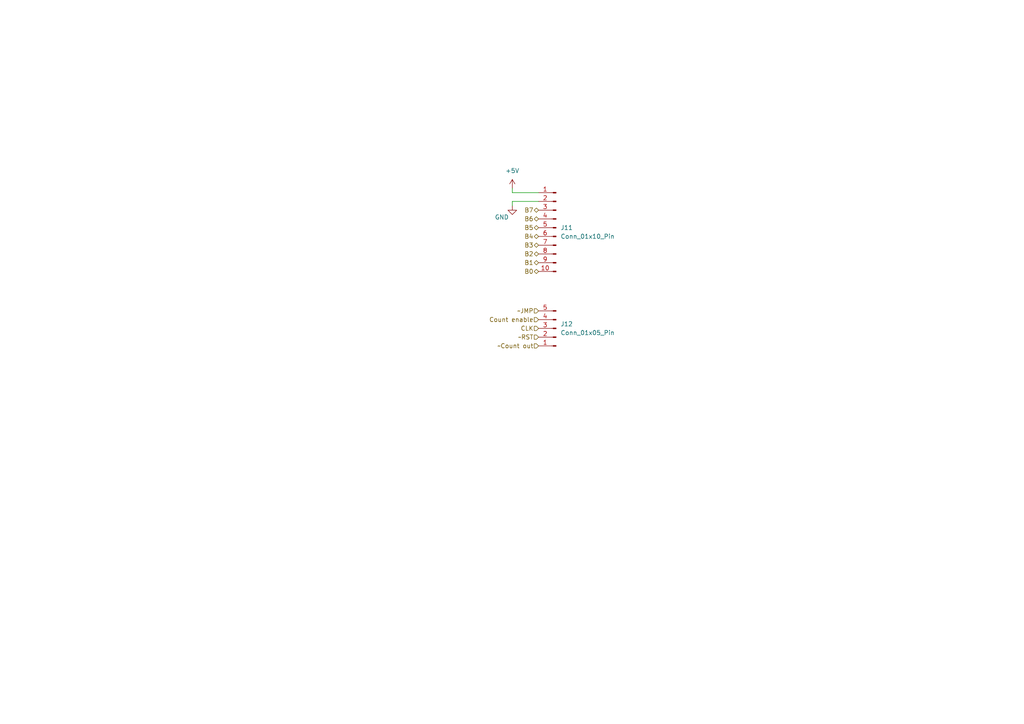
<source format=kicad_sch>
(kicad_sch (version 20231120) (generator "eeschema") (generator_version "8.0")
  (paper "A4")
  (lib_symbols
    (symbol "Connector:Conn_01x05_Pin" (pin_names (offset 1.016) hide)
      (property "Reference" "J" (at 0 7.62 0))
      (property "Value" "Conn_01x05_Pin" (at 0 -7.62 0))
      (symbol "Conn_01x05_Pin_1_1"
        (polyline (pts (xy 1.27 -5.08) (xy 0.8636 -5.08)) (stroke (width 0.1524)))
        (polyline (pts (xy 1.27 -2.54) (xy 0.8636 -2.54)) (stroke (width 0.1524)))
        (polyline (pts (xy 1.27 0) (xy 0.8636 0)) (stroke (width 0.1524)))
        (polyline (pts (xy 1.27 2.54) (xy 0.8636 2.54)) (stroke (width 0.1524)))
        (polyline (pts (xy 1.27 5.08) (xy 0.8636 5.08)) (stroke (width 0.1524)))
        (rectangle (start 0.8636 -4.953) (end 0 -5.207) (stroke (width 0.1524)) (fill (type outline)))
        (rectangle (start 0.8636 -2.413) (end 0 -2.667) (stroke (width 0.1524)) (fill (type outline)))
        (rectangle (start 0.8636 0.127) (end 0 -0.127) (stroke (width 0.1524)) (fill (type outline)))
        (rectangle (start 0.8636 2.667) (end 0 2.413) (stroke (width 0.1524)) (fill (type outline)))
        (rectangle (start 0.8636 5.207) (end 0 4.953) (stroke (width 0.1524)) (fill (type outline)))
        (pin passive line (at 5.08 5.08 180) (length 3.81) (name "Pin_1") (number "1"))
        (pin passive line (at 5.08 2.54 180) (length 3.81) (name "Pin_2") (number "2"))
        (pin passive line (at 5.08 0 180) (length 3.81) (name "Pin_3") (number "3"))
        (pin passive line (at 5.08 -2.54 180) (length 3.81) (name "Pin_4") (number "4"))
        (pin passive line (at 5.08 -5.08 180) (length 3.81) (name "Pin_5") (number "5"))
      )
    )
    (symbol "Connector:Conn_01x10_Pin" (pin_names (offset 1.016) hide)
      (property "Reference" "J" (at 0 12.7 0))
      (property "Value" "Conn_01x10_Pin" (at 0 -15.24 0))
      (symbol "Conn_01x10_Pin_1_1"
        (polyline (pts (xy 1.27 -12.7) (xy 0.8636 -12.7)) (stroke (width 0.1524)))
        (polyline (pts (xy 1.27 -10.16) (xy 0.8636 -10.16)) (stroke (width 0.1524)))
        (polyline (pts (xy 1.27 -7.62) (xy 0.8636 -7.62)) (stroke (width 0.1524)))
        (polyline (pts (xy 1.27 -5.08) (xy 0.8636 -5.08)) (stroke (width 0.1524)))
        (polyline (pts (xy 1.27 -2.54) (xy 0.8636 -2.54)) (stroke (width 0.1524)))
        (polyline (pts (xy 1.27 0) (xy 0.8636 0)) (stroke (width 0.1524)))
        (polyline (pts (xy 1.27 2.54) (xy 0.8636 2.54)) (stroke (width 0.1524)))
        (polyline (pts (xy 1.27 5.08) (xy 0.8636 5.08)) (stroke (width 0.1524)))
        (polyline (pts (xy 1.27 7.62) (xy 0.8636 7.62)) (stroke (width 0.1524)))
        (polyline (pts (xy 1.27 10.16) (xy 0.8636 10.16)) (stroke (width 0.1524)))
        (rectangle (start 0.8636 -12.573) (end 0 -12.827) (stroke (width 0.1524)) (fill (type outline)))
        (rectangle (start 0.8636 -10.033) (end 0 -10.287) (stroke (width 0.1524)) (fill (type outline)))
        (rectangle (start 0.8636 -7.493) (end 0 -7.747) (stroke (width 0.1524)) (fill (type outline)))
        (rectangle (start 0.8636 -4.953) (end 0 -5.207) (stroke (width 0.1524)) (fill (type outline)))
        (rectangle (start 0.8636 -2.413) (end 0 -2.667) (stroke (width 0.1524)) (fill (type outline)))
        (rectangle (start 0.8636 0.127) (end 0 -0.127) (stroke (width 0.1524)) (fill (type outline)))
        (rectangle (start 0.8636 2.667) (end 0 2.413) (stroke (width 0.1524)) (fill (type outline)))
        (rectangle (start 0.8636 5.207) (end 0 4.953) (stroke (width 0.1524)) (fill (type outline)))
        (rectangle (start 0.8636 7.747) (end 0 7.493) (stroke (width 0.1524)) (fill (type outline)))
        (rectangle (start 0.8636 10.287) (end 0 10.033) (stroke (width 0.1524)) (fill (type outline)))
        (pin passive line (at 5.08 10.16 180) (length 3.81) (name "Pin_1") (number "1"))
        (pin passive line (at 5.08 -12.7 180) (length 3.81) (name "Pin_10") (number "10"))
        (pin passive line (at 5.08 7.62 180) (length 3.81) (name "Pin_2") (number "2"))
        (pin passive line (at 5.08 5.08 180) (length 3.81) (name "Pin_3") (number "3"))
        (pin passive line (at 5.08 2.54 180) (length 3.81) (name "Pin_4") (number "4"))
        (pin passive line (at 5.08 0 180) (length 3.81) (name "Pin_5") (number "5"))
        (pin passive line (at 5.08 -2.54 180) (length 3.81) (name "Pin_6") (number "6"))
        (pin passive line (at 5.08 -5.08 180) (length 3.81) (name "Pin_7") (number "7"))
        (pin passive line (at 5.08 -7.62 180) (length 3.81) (name "Pin_8") (number "8"))
        (pin passive line (at 5.08 -10.16 180) (length 3.81) (name "Pin_9") (number "9"))
      )
    )
    (symbol "power:+5V" (power) (pin_numbers hide) (pin_names (offset 0) hide)
      (property "Value" "+5V" (at 0 3.556 0))
      (symbol "+5V_0_1"
        (polyline (pts (xy -0.762 1.27) (xy 0 2.54)))
        (polyline (pts (xy 0 0) (xy 0 2.54)))
        (polyline (pts (xy 0 2.54) (xy 0.762 1.27)))
      )
      (symbol "+5V_1_1"
        (pin power_in line (at 0 0 90) (length 0) (name "~") (number "1"))
      )
    )
    (symbol "power:GND" (power) (pin_numbers hide) (pin_names (offset 0) hide)
      (property "Value" "GND" (at 0 -3.81 0))
      (symbol "GND_0_1"
        (polyline (pts (xy 0 0) (xy 0 -1.27) (xy 1.27 -1.27) (xy 0 -2.54) (xy -1.27 -1.27) (xy 0 -1.27)))
      )
      (symbol "GND_1_1"
        (pin power_in line (at 0 0 270) (length 0) (name "~") (number "1"))
      )
    )
  )
  (wire (pts (xy 156.21 55.88) (xy 148.59 55.88)))
  (wire (pts (xy 148.59 55.88) (xy 148.59 54.61)))
  (wire (pts (xy 148.59 58.42) (xy 156.21 58.42)))
  (wire (pts (xy 148.59 59.69) (xy 148.59 58.42)))
  (hierarchical_label "B3" (shape bidirectional) (at 156.21 71.12 180))
  (hierarchical_label "Count enable" (shape input) (at 156.21 92.71 180))
  (hierarchical_label "~RST" (shape input) (at 156.21 97.79 180))
  (hierarchical_label "CLK" (shape input) (at 156.21 95.25 180))
  (hierarchical_label "B0" (shape bidirectional) (at 156.21 78.74 180))
  (hierarchical_label "B2" (shape bidirectional) (at 156.21 73.66 180))
  (hierarchical_label "B5" (shape bidirectional) (at 156.21 66.04 180))
  (hierarchical_label "~Count out" (shape input) (at 156.21 100.33 180))
  (hierarchical_label "B6" (shape bidirectional) (at 156.21 63.5 180))
  (hierarchical_label "~JMP" (shape input) (at 156.21 90.17 180))
  (hierarchical_label "B1" (shape bidirectional) (at 156.21 76.2 180))
  (hierarchical_label "B4" (shape bidirectional) (at 156.21 68.58 180))
  (hierarchical_label "B7" (shape bidirectional) (at 156.21 60.96 180))
  (symbol (lib_id "Connector:Conn_01x05_Pin") (at 161.29 95.25 180) (unit 1)
    (property "Reference" "J12" (at 162.56 93.9799 0) (effects (justify right)))
    (property "Value" "Conn_01x05_Pin" (at 162.56 96.5199 0) (effects (justify right)))
    (property "Footprint" "Connector_PinHeader_2.54mm:PinHeader_1x05_P2.54mm_Vertical" (effects (hide yes)))
    (property "Description" "Generic connector, single row, 01x05, script generated" (effects (hide yes)))
  )
  (symbol (lib_id "Connector:Conn_01x10_Pin") (at 161.29 66.04 0) (mirror y) (unit 1)
    (property "Reference" "J11" (at 162.56 66.0399 0) (effects (justify right)))
    (property "Value" "Conn_01x10_Pin" (at 162.56 68.5799 0) (effects (justify right)))
    (property "Footprint" "Connector_PinHeader_2.54mm:PinHeader_1x10_P2.54mm_Vertical" (effects (hide yes)))
    (property "Description" "Generic connector, single row, 01x10, script generated" (effects (hide yes)))
  )
  (symbol (lib_id "power:GND") (at 148.59 59.69 0) (unit 1)
    (property "Reference" "#PWR017" (effects (hide yes)))
    (property "Value" "GND" (at 145.542 62.992 0))
    (property "Description" "Power symbol creates a global label with name \"GND\" , ground" (effects (hide yes)))
  )
  (symbol (lib_id "power:+5V") (at 148.59 54.61 0) (unit 1)
    (property "Reference" "#PWR016" (effects (hide yes)))
    (property "Value" "+5V" (at 148.59 49.53 0))
    (property "Description" "Power symbol creates a global label with name \"+5V\"" (effects (hide yes)))
  )
)
</source>
